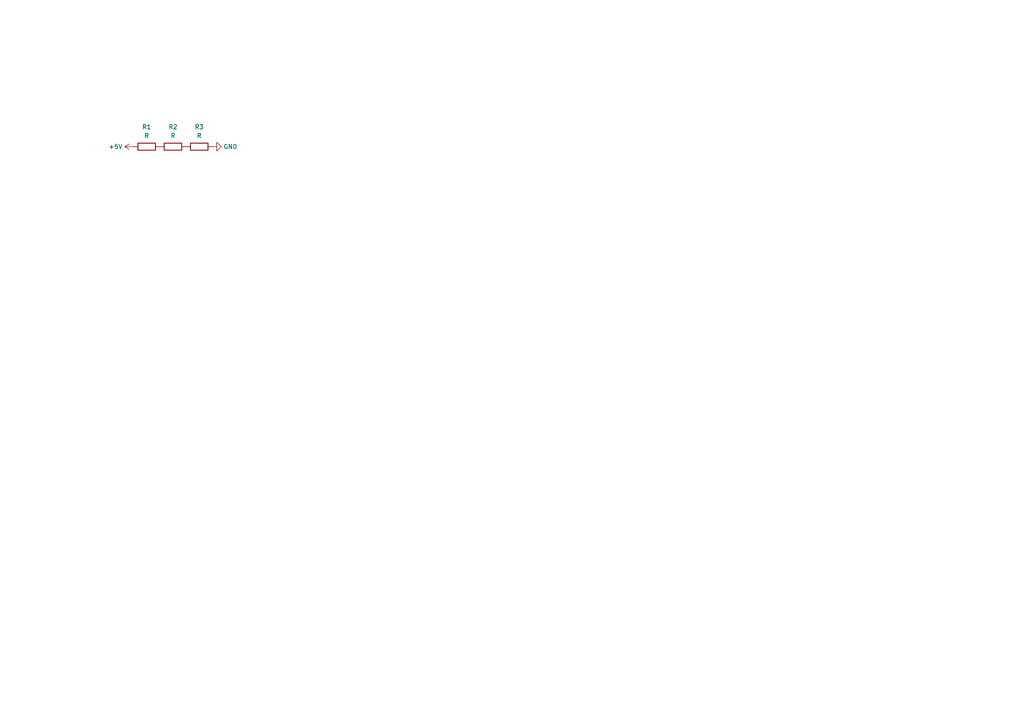
<source format=kicad_sch>
(kicad_sch (version 20211123) (generator eeschema)
  (paper "A4")
  (lib_symbols
    (symbol "Device:R" (pin_numbers hide) (pin_names (offset 0))
      (property "Reference" "R" (at 2.032 0 90))
      (property "Value" "R" (at 0 0 90))
      (symbol "R_0_1"
        (rectangle (start -1.016 -2.54) (end 1.016 2.54) (stroke (width 0.254)))
      )
      (symbol "R_1_1"
        (pin passive line (at 0 3.81 270) (length 1.27) (name "~") (number "1"))
        (pin passive line (at 0 -3.81 90) (length 1.27) (name "~") (number "2"))
      )
    )
    (symbol "power:+5V" (power) (pin_names (offset 0))
      (property "Value" "+5V" (at 0 3.556 0))
      (symbol "+5V_0_1"
        (polyline (pts (xy -0.762 1.27) (xy 0 2.54)))
        (polyline (pts (xy 0 0) (xy 0 2.54)))
        (polyline (pts (xy 0 2.54) (xy 0.762 1.27)))
      )
      (symbol "+5V_1_1"
        (pin power_in line (at 0 0 90) (length 0) hide (name "+5V") (number "1"))
      )
    )
    (symbol "power:GND" (power) (pin_names (offset 0))
      (property "Value" "GND" (at 0 -3.81 0))
      (symbol "GND_0_1"
        (polyline (pts (xy 0 0) (xy 0 -1.27) (xy 1.27 -1.27) (xy 0 -2.54) (xy -1.27 -1.27) (xy 0 -1.27)))
      )
      (symbol "GND_1_1"
        (pin power_in line (at 0 0 270) (length 0) hide (name "GND") (number "1"))
      )
    )
  )
  (symbol (lib_id "Device:R") (at 42.545 42.545 270) (unit 1)
    (property "Reference" "R1" (at 42.545 36.83 90))
    (property "Value" "R" (at 42.545 39.37 90))
    (property "Footprint" "Resistor_SMD:R_0603_1608Metric" (effects hide))
  )
  (symbol (lib_id "Device:R") (at 50.165 42.545 270) (unit 1)
    (property "Reference" "R2" (at 50.165 36.83 90))
    (property "Value" "R" (at 50.165 39.37 90))
    (property "Footprint" "Resistor_SMD:R_0603_1608Metric" (effects hide))
  )
  (symbol (lib_id "power:GND") (at 61.595 42.545 90) (unit 1)
    (property "Reference" "#PWR02" (effects hide))
    (property "Value" "GND" (at 64.77 42.5449 90) (effects (justify right)))
  )
  (symbol (lib_id "power:+5V") (at 38.735 42.545 90) (unit 1)
    (property "Reference" "#PWR01" (effects hide))
    (property "Value" "+5V" (at 35.56 42.5449 90) (effects (justify left)))
  )
  (symbol (lib_id "Device:R") (at 57.785 42.545 270) (unit 1)
    (property "Reference" "R3" (at 57.785 36.83 90))
    (property "Value" "R" (at 57.785 39.37 90))
    (property "Footprint" "Resistor_SMD:R_0603_1608Metric" (effects hide))
  )
)
</source>
